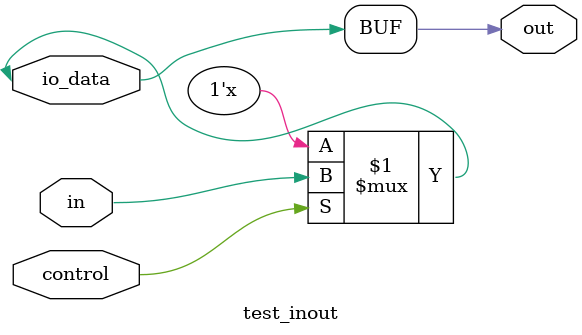
<source format=v>
module test_inout (     //三态门
    input in,
    input control,
    output out,
    inout io_data
);
    assign io_data = control? in: 1'bz;
    assign out =io_data;
endmodule
</source>
